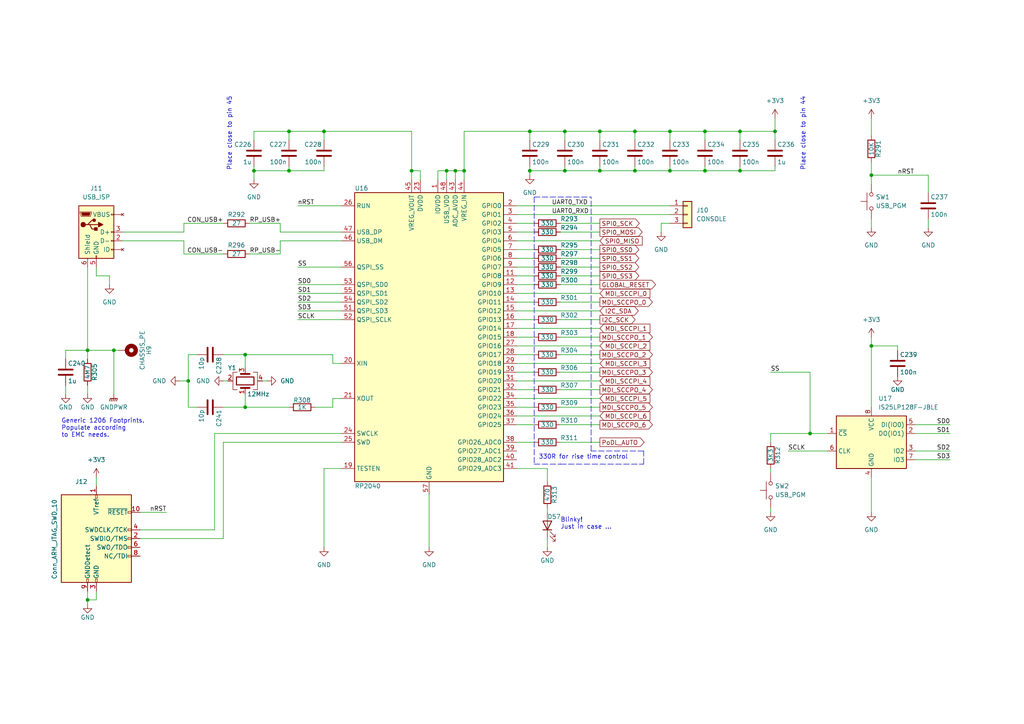
<source format=kicad_sch>
(kicad_sch (version 20211123) (generator eeschema)
  (paper "A4")
  (title_block (title "Open Hardware 10Base-T1L Switch") (date "2023-04-07") (rev "REV A") (company "Peter Heinrich") (comment 1 "Open Hardware License CERN-OHL-P v2") (comment 2 "https://github.com/peterheinrich/Open_10Base-T1L_Switch"))
  (lib_symbols
    (symbol "Connector:Conn_ARM_JTAG_SWD_10" (pin_names (offset 1.016))
      (property "Reference" "J" (at -2.54 16.51 0))
      (property "Value" "Conn_ARM_JTAG_SWD_10" (at -2.54 13.97 0))
      (symbol "Conn_ARM_JTAG_SWD_10_0_1"
        (rectangle (start -10.16 12.7) (end 10.16 -12.7) (stroke (width 0.254)) (fill (type background)))
        (rectangle (start -2.794 -12.7) (end -2.286 -11.684))
        (rectangle (start -0.254 -12.7) (end 0.254 -11.684))
        (rectangle (start -0.254 12.7) (end 0.254 11.684))
        (rectangle (start 9.144 2.286) (end 10.16 2.794))
        (rectangle (start 10.16 -2.794) (end 9.144 -2.286))
        (rectangle (start 10.16 -0.254) (end 9.144 0.254))
        (rectangle (start 10.16 7.874) (end 9.144 7.366))
      )
      (symbol "Conn_ARM_JTAG_SWD_10_1_1"
        (rectangle (start 9.144 -5.334) (end 10.16 -4.826))
        (pin power_in line (at 0 15.24 270) (length 2.54) (name "VTref") (number "1"))
        (pin open_collector line (at 12.7 7.62 180) (length 2.54) (name "~{RESET}") (number "10"))
        (pin bidirectional line (at 12.7 0 180) (length 2.54) (name "SWDIO/TMS") (number "2"))
        (pin power_in line (at 0 -15.24 90) (length 2.54) (name "GND") (number "3"))
        (pin output line (at 12.7 2.54 180) (length 2.54) (name "SWDCLK/TCK") (number "4"))
        (pin passive line (at 0 -15.24 90) (length 2.54) hide (name "GND") (number "5"))
        (pin input line (at 12.7 -2.54 180) (length 2.54) (name "SWO/TDO") (number "6"))
        (pin no_connect line (at -10.16 0 0) (length 2.54) hide (name "KEY") (number "7"))
        (pin output line (at 12.7 -5.08 180) (length 2.54) (name "NC/TDI") (number "8"))
        (pin passive line (at -2.54 -15.24 90) (length 2.54) (name "GNDDetect") (number "9"))
      )
    )
    (symbol "Connector:USB_B_Micro" (pin_names (offset 1.016))
      (property "Reference" "J7" (at 0 12.7 0))
      (property "Value" "USB_B_Micro" (at 0 10.16 0))
      (symbol "USB_B_Micro_0_1"
        (rectangle (start -5.08 -7.62) (end 5.08 7.62) (stroke (width 0.254)) (fill (type background)))
        (circle (center -3.81 2.159) (radius 0.635) (stroke (width 0.254)) (fill (type outline)))
        (circle (center -0.635 3.429) (radius 0.381) (stroke (width 0.254)) (fill (type outline)))
        (rectangle (start -0.127 -7.62) (end 0.127 -6.858))
        (polyline (pts (xy -1.905 2.159) (xy 0.635 2.159)) (stroke (width 0.254)))
        (polyline (pts (xy -3.175 2.159) (xy -2.54 2.159) (xy -1.27 3.429) (xy -0.635 3.429)) (stroke (width 0.254)))
        (polyline (pts (xy -2.54 2.159) (xy -1.905 2.159) (xy -1.27 0.889) (xy 0 0.889)) (stroke (width 0.254)))
        (polyline (pts (xy 0.635 2.794) (xy 0.635 1.524) (xy 1.905 2.159) (xy 0.635 2.794)) (stroke (width 0.254)) (fill (type outline)))
        (polyline (pts (xy -4.318 5.588) (xy -1.778 5.588) (xy -2.032 4.826) (xy -4.064 4.826) (xy -4.318 5.588)) (fill (type outline)))
        (polyline (pts (xy -4.699 5.842) (xy -4.699 5.588) (xy -4.445 4.826) (xy -4.445 4.572) (xy -1.651 4.572) (xy -1.651 4.826) (xy -1.397 5.588) (xy -1.397 5.842) (xy -4.699 5.842)))
        (rectangle (start 0.254 1.27) (end -0.508 0.508) (stroke (width 0.254)) (fill (type outline)))
        (rectangle (start 5.08 -5.207) (end 4.318 -4.953))
        (rectangle (start 5.08 -2.667) (end 4.318 -2.413))
        (rectangle (start 5.08 -0.127) (end 4.318 0.127))
        (rectangle (start 5.08 4.953) (end 4.318 5.207))
      )
      (symbol "USB_B_Micro_1_1"
        (pin no_connect line (at 7.62 -5.08 180) (length 2.54) (name "ID") (number ""))
        (pin no_connect line (at 7.62 5.08 180) (length 2.54) (name "VBUS") (number ""))
        (pin bidirectional line (at 7.62 -2.54 180) (length 2.54) (name "D-") (number "2"))
        (pin bidirectional line (at 7.62 0 180) (length 2.54) (name "D+") (number "3"))
        (pin power_out line (at 0 -10.16 90) (length 2.54) (name "GND") (number "5"))
        (pin passive line (at -2.54 -10.16 90) (length 2.54) (name "Shield") (number "6"))
      )
    )
    (symbol "Connector_Generic:Conn_01x03" (pin_names (offset 1.016) hide)
      (property "Reference" "J" (at 0 5.08 0))
      (property "Value" "Conn_01x03" (at 0 -5.08 0))
      (symbol "Conn_01x03_1_1"
        (rectangle (start -1.27 -2.413) (end 0 -2.667) (stroke (width 0.1524)))
        (rectangle (start -1.27 0.127) (end 0 -0.127) (stroke (width 0.1524)))
        (rectangle (start -1.27 2.667) (end 0 2.413) (stroke (width 0.1524)))
        (rectangle (start -1.27 3.81) (end 1.27 -3.81) (stroke (width 0.254)) (fill (type background)))
        (pin passive line (at -5.08 2.54 0) (length 3.81) (name "Pin_1") (number "1"))
        (pin passive line (at -5.08 0 0) (length 3.81) (name "Pin_2") (number "2"))
        (pin passive line (at -5.08 -2.54 0) (length 3.81) (name "Pin_3") (number "3"))
      )
    )
    (symbol "Device:C" (pin_numbers hide) (pin_names (offset 0.254))
      (property "Reference" "C" (at 0.635 2.54 0))
      (property "Value" "C" (at 0.635 -2.54 0))
      (symbol "C_0_1"
        (polyline (pts (xy -2.032 -0.762) (xy 2.032 -0.762)) (stroke (width 0.508)))
        (polyline (pts (xy -2.032 0.762) (xy 2.032 0.762)) (stroke (width 0.508)))
      )
      (symbol "C_1_1"
        (pin passive line (at 0 3.81 270) (length 2.794) (name "~") (number "1"))
        (pin passive line (at 0 -3.81 90) (length 2.794) (name "~") (number "2"))
      )
    )
    (symbol "Device:Crystal_GND24" (pin_names (offset 1.016) hide)
      (property "Reference" "Y" (at 3.175 5.08 0))
      (property "Value" "Crystal_GND24" (at 3.175 3.175 0))
      (symbol "Crystal_GND24_0_1"
        (rectangle (start -1.143 2.54) (end 1.143 -2.54) (stroke (width 0.3048)))
        (polyline (pts (xy -2.54 0) (xy -2.032 0)))
        (polyline (pts (xy -2.032 -1.27) (xy -2.032 1.27)) (stroke (width 0.508)))
        (polyline (pts (xy 0 -3.81) (xy 0 -3.556)))
        (polyline (pts (xy 0 3.556) (xy 0 3.81)))
        (polyline (pts (xy 2.032 -1.27) (xy 2.032 1.27)) (stroke (width 0.508)))
        (polyline (pts (xy 2.032 0) (xy 2.54 0)))
        (polyline (pts (xy -2.54 -2.286) (xy -2.54 -3.556) (xy 2.54 -3.556) (xy 2.54 -2.286)))
        (polyline (pts (xy -2.54 2.286) (xy -2.54 3.556) (xy 2.54 3.556) (xy 2.54 2.286)))
      )
      (symbol "Crystal_GND24_1_1"
        (pin passive line (at -3.81 0 0) (length 1.27) (name "1") (number "1"))
        (pin passive line (at 0 5.08 270) (length 1.27) (name "2") (number "2"))
        (pin passive line (at 3.81 0 180) (length 1.27) (name "3") (number "3"))
        (pin passive line (at 0 -5.08 90) (length 1.27) (name "4") (number "4"))
      )
    )
    (symbol "Device:LED" (pin_numbers hide) (pin_names (offset 1.016) hide)
      (property "Reference" "D" (at 0 2.54 0))
      (property "Value" "LED" (at 0 -2.54 0))
      (symbol "LED_0_1"
        (polyline (pts (xy -1.27 -1.27) (xy -1.27 1.27)) (stroke (width 0.254)))
        (polyline (pts (xy -1.27 0) (xy 1.27 0)))
        (polyline (pts (xy 1.27 -1.27) (xy 1.27 1.27) (xy -1.27 0) (xy 1.27 -1.27)) (stroke (width 0.254)))
        (polyline (pts (xy -3.048 -0.762) (xy -4.572 -2.286) (xy -3.81 -2.286) (xy -4.572 -2.286) (xy -4.572 -1.524)))
        (polyline (pts (xy -1.778 -0.762) (xy -3.302 -2.286) (xy -2.54 -2.286) (xy -3.302 -2.286) (xy -3.302 -1.524)))
      )
      (symbol "LED_1_1"
        (pin passive line (at -3.81 0 0) (length 2.54) (name "K") (number "1"))
        (pin passive line (at 3.81 0 180) (length 2.54) (name "A") (number "2"))
      )
    )
    (symbol "Device:R" (pin_numbers hide) (pin_names (offset 0))
      (property "Reference" "R" (at 2.032 0 90))
      (property "Value" "R" (at 0 0 90))
      (symbol "R_0_1"
        (rectangle (start -1.016 -2.54) (end 1.016 2.54) (stroke (width 0.254)))
      )
      (symbol "R_1_1"
        (pin passive line (at 0 3.81 270) (length 1.27) (name "~") (number "1"))
        (pin passive line (at 0 -3.81 90) (length 1.27) (name "~") (number "2"))
      )
    )
    (symbol "MCU_RaspberryPi:RP2040"
      (property "Reference" "U" (at 17.78 45.72 0))
      (property "Value" "RP2040" (at 17.78 43.18 0))
      (symbol "RP2040_0_1"
        (rectangle (start -21.59 41.91) (end 21.59 -41.91) (stroke (width 0.254)) (fill (type background)))
      )
      (symbol "RP2040_1_1"
        (pin power_in line (at 2.54 45.72 270) (length 3.81) (name "IOVDD") (number "1"))
        (pin passive line (at 2.54 45.72 270) (length 3.81) hide (name "IOVDD") (number "10"))
        (pin bidirectional line (at 25.4 17.78 180) (length 3.81) (name "GPIO8") (number "11"))
        (pin bidirectional line (at 25.4 15.24 180) (length 3.81) (name "GPIO9") (number "12"))
        (pin bidirectional line (at 25.4 12.7 180) (length 3.81) (name "GPIO10") (number "13"))
        (pin bidirectional line (at 25.4 10.16 180) (length 3.81) (name "GPIO11") (number "14"))
        (pin bidirectional line (at 25.4 7.62 180) (length 3.81) (name "GPIO12") (number "15"))
        (pin bidirectional line (at 25.4 5.08 180) (length 3.81) (name "GPIO13") (number "16"))
        (pin bidirectional line (at 25.4 2.54 180) (length 3.81) (name "GPIO14") (number "17"))
        (pin bidirectional line (at 25.4 0 180) (length 3.81) (name "GPIO15") (number "18"))
        (pin input line (at -25.4 -38.1 0) (length 3.81) (name "TESTEN") (number "19"))
        (pin bidirectional line (at 25.4 38.1 180) (length 3.81) (name "GPIO0") (number "2"))
        (pin input line (at -25.4 -7.62 0) (length 3.81) (name "XIN") (number "20"))
        (pin passive line (at -25.4 -17.78 0) (length 3.81) (name "XOUT") (number "21"))
        (pin passive line (at 2.54 45.72 270) (length 3.81) hide (name "IOVDD") (number "22"))
        (pin power_in line (at -2.54 45.72 270) (length 3.81) (name "DVDD") (number "23"))
        (pin output line (at -25.4 -27.94 0) (length 3.81) (name "SWCLK") (number "24"))
        (pin bidirectional line (at -25.4 -30.48 0) (length 3.81) (name "SWD") (number "25"))
        (pin input line (at -25.4 38.1 0) (length 3.81) (name "RUN") (number "26"))
        (pin bidirectional line (at 25.4 -2.54 180) (length 3.81) (name "GPIO16") (number "27"))
        (pin bidirectional line (at 25.4 -5.08 180) (length 3.81) (name "GPIO17") (number "28"))
        (pin bidirectional line (at 25.4 -7.62 180) (length 3.81) (name "GPIO18") (number "29"))
        (pin bidirectional line (at 25.4 35.56 180) (length 3.81) (name "GPIO1") (number "3"))
        (pin bidirectional line (at 25.4 -10.16 180) (length 3.81) (name "GPIO19") (number "30"))
        (pin bidirectional line (at 25.4 -12.7 180) (length 3.81) (name "GPIO20") (number "31"))
        (pin bidirectional line (at 25.4 -15.24 180) (length 3.81) (name "GPIO21") (number "32"))
        (pin passive line (at 2.54 45.72 270) (length 3.81) hide (name "IOVDD") (number "33"))
        (pin bidirectional line (at 25.4 -17.78 180) (length 3.81) (name "GPIO22") (number "34"))
        (pin bidirectional line (at 25.4 -20.32 180) (length 3.81) (name "GPIO23") (number "35"))
        (pin bidirectional line (at 25.4 -22.86 180) (length 3.81) (name "GPIO24") (number "36"))
        (pin bidirectional line (at 25.4 -25.4 180) (length 3.81) (name "GPIO25") (number "37"))
        (pin bidirectional line (at 25.4 -30.48 180) (length 3.81) (name "GPIO26_ADC0") (number "38"))
        (pin bidirectional line (at 25.4 -33.02 180) (length 3.81) (name "GPIO27_ADC1") (number "39"))
        (pin bidirectional line (at 25.4 33.02 180) (length 3.81) (name "GPIO2") (number "4"))
        (pin bidirectional line (at 25.4 -35.56 180) (length 3.81) (name "GPIO28_ADC2") (number "40"))
        (pin bidirectional line (at 25.4 -38.1 180) (length 3.81) (name "GPIO29_ADC3") (number "41"))
        (pin passive line (at 2.54 45.72 270) (length 3.81) hide (name "IOVDD") (number "42"))
        (pin power_in line (at 7.62 45.72 270) (length 3.81) (name "ADC_AVDD") (number "43"))
        (pin power_in line (at 10.16 45.72 270) (length 3.81) (name "VREG_IN") (number "44"))
        (pin power_out line (at -5.08 45.72 270) (length 3.81) (name "VREG_VOUT") (number "45"))
        (pin bidirectional line (at -25.4 27.94 0) (length 3.81) (name "USB_DM") (number "46"))
        (pin bidirectional line (at -25.4 30.48 0) (length 3.81) (name "USB_DP") (number "47"))
        (pin power_in line (at 5.08 45.72 270) (length 3.81) (name "USB_VDD") (number "48"))
        (pin passive line (at 2.54 45.72 270) (length 3.81) hide (name "IOVDD") (number "49"))
        (pin bidirectional line (at 25.4 30.48 180) (length 3.81) (name "GPIO3") (number "5"))
        (pin passive line (at -2.54 45.72 270) (length 3.81) hide (name "DVDD") (number "50"))
        (pin bidirectional line (at -25.4 7.62 0) (length 3.81) (name "QSPI_SD3") (number "51"))
        (pin output line (at -25.4 5.08 0) (length 3.81) (name "QSPI_SCLK") (number "52"))
        (pin bidirectional line (at -25.4 15.24 0) (length 3.81) (name "QSPI_SD0") (number "53"))
        (pin bidirectional line (at -25.4 10.16 0) (length 3.81) (name "QSPI_SD2") (number "54"))
        (pin bidirectional line (at -25.4 12.7 0) (length 3.81) (name "QSPI_SD1") (number "55"))
        (pin bidirectional line (at -25.4 20.32 0) (length 3.81) (name "QSPI_SS") (number "56"))
        (pin power_in line (at 0 -45.72 90) (length 3.81) (name "GND") (number "57"))
        (pin bidirectional line (at 25.4 27.94 180) (length 3.81) (name "GPIO4") (number "6"))
        (pin bidirectional line (at 25.4 25.4 180) (length 3.81) (name "GPIO5") (number "7"))
        (pin bidirectional line (at 25.4 22.86 180) (length 3.81) (name "GPIO6") (number "8"))
        (pin bidirectional line (at 25.4 20.32 180) (length 3.81) (name "GPIO7") (number "9"))
      )
    )
    (symbol "Mechanical:MountingHole_Pad" (pin_numbers hide) (pin_names (offset 1.016) hide)
      (property "Reference" "H" (at 0 6.35 0))
      (property "Value" "MountingHole_Pad" (at 0 4.445 0))
      (symbol "MountingHole_Pad_0_1"
        (circle (center 0 1.27) (radius 1.27) (stroke (width 1.27)))
      )
      (symbol "MountingHole_Pad_1_1"
        (pin input line (at 0 -2.54 90) (length 2.54) (name "1") (number "1"))
      )
    )
    (symbol "Memory_Flash:W25Q128JVS"
      (property "Reference" "U" (at -8.89 8.89 0))
      (property "Value" "W25Q128JVS" (at 7.62 8.89 0))
      (symbol "W25Q128JVS_0_1"
        (rectangle (start -10.16 7.62) (end 10.16 -7.62) (stroke (width 0.254)) (fill (type background)))
      )
      (symbol "W25Q128JVS_1_1"
        (pin input line (at -12.7 2.54 0) (length 2.54) (name "~{CS}") (number "1"))
        (pin bidirectional line (at 12.7 2.54 180) (length 2.54) (name "DO(IO1)") (number "2"))
        (pin bidirectional line (at 12.7 -2.54 180) (length 2.54) (name "IO2") (number "3"))
        (pin power_in line (at 0 -10.16 90) (length 2.54) (name "GND") (number "4"))
        (pin bidirectional line (at 12.7 5.08 180) (length 2.54) (name "DI(IO0)") (number "5"))
        (pin input line (at -12.7 -2.54 0) (length 2.54) (name "CLK") (number "6"))
        (pin bidirectional line (at 12.7 -5.08 180) (length 2.54) (name "IO3") (number "7"))
        (pin power_in line (at 0 10.16 270) (length 2.54) (name "VCC") (number "8"))
      )
    )
    (symbol "Switch:SW_Push" (pin_numbers hide) (pin_names (offset 1.016) hide)
      (property "Reference" "SW" (at 1.27 2.54 0))
      (property "Value" "SW_Push" (at 0 -1.524 0))
      (symbol "SW_Push_0_1"
        (circle (center -2.032 0) (radius 0.508))
        (polyline (pts (xy 0 1.27) (xy 0 3.048)))
        (polyline (pts (xy 2.54 1.27) (xy -2.54 1.27)))
        (circle (center 2.032 0) (radius 0.508))
        (pin passive line (at -5.08 0 0) (length 2.54) (name "1") (number "1"))
        (pin passive line (at 5.08 0 180) (length 2.54) (name "2") (number "2"))
      )
    )
    (symbol "power:+3V3" (power) (pin_names (offset 0))
      (property "Value" "+3V3" (at 0 3.556 0))
      (symbol "+3V3_0_1"
        (polyline (pts (xy -0.762 1.27) (xy 0 2.54)))
        (polyline (pts (xy 0 0) (xy 0 2.54)))
        (polyline (pts (xy 0 2.54) (xy 0.762 1.27)))
      )
      (symbol "+3V3_1_1"
        (pin power_in line (at 0 0 90) (length 0) hide (name "+3V3") (number "1"))
      )
    )
    (symbol "power:GND" (power) (pin_names (offset 0))
      (property "Value" "GND" (at 0 -3.81 0))
      (symbol "GND_0_1"
        (polyline (pts (xy 0 0) (xy 0 -1.27) (xy 1.27 -1.27) (xy 0 -2.54) (xy -1.27 -1.27) (xy 0 -1.27)))
      )
      (symbol "GND_1_1"
        (pin power_in line (at 0 0 270) (length 0) hide (name "GND") (number "1"))
      )
    )
    (symbol "power:GNDPWR" (power) (pin_names (offset 0))
      (property "Value" "GNDPWR" (at 0 -3.302 0))
      (symbol "GNDPWR_0_1"
        (polyline (pts (xy 0 -1.27) (xy 0 0)))
        (polyline (pts (xy -1.016 -1.27) (xy -1.27 -2.032) (xy -1.27 -2.032)) (stroke (width 0.2032)))
        (polyline (pts (xy -0.508 -1.27) (xy -0.762 -2.032) (xy -0.762 -2.032)) (stroke (width 0.2032)))
        (polyline (pts (xy 0 -1.27) (xy -0.254 -2.032) (xy -0.254 -2.032)) (stroke (width 0.2032)))
        (polyline (pts (xy 0.508 -1.27) (xy 0.254 -2.032) (xy 0.254 -2.032)) (stroke (width 0.2032)))
        (polyline (pts (xy 1.016 -1.27) (xy -1.016 -1.27) (xy -1.016 -1.27)) (stroke (width 0.2032)))
        (polyline (pts (xy 1.016 -1.27) (xy 0.762 -2.032) (xy 0.762 -2.032) (xy 0.762 -2.032)) (stroke (width 0.2032)))
      )
      (symbol "GNDPWR_1_1"
        (pin power_in line (at 0 0 270) (length 0) hide (name "GNDPWR") (number "1"))
      )
    )
  )
  (junction (at 93.98 38.1))
  (junction (at 173.99 38.1))
  (junction (at 234.95 125.73))
  (junction (at 71.12 118.11))
  (junction (at 214.63 49.53))
  (junction (at 54.61 110.49))
  (junction (at 194.31 49.53))
  (junction (at 153.67 38.1))
  (junction (at 163.83 38.1))
  (junction (at 252.73 100.33))
  (junction (at 204.47 49.53))
  (junction (at 129.54 49.53))
  (junction (at 33.02 101.6))
  (junction (at 25.4 101.6))
  (junction (at 132.08 49.53))
  (junction (at 163.83 49.53))
  (junction (at 71.12 102.87))
  (junction (at 134.62 49.53))
  (junction (at 173.99 49.53))
  (junction (at 252.73 50.8))
  (junction (at 184.15 38.1))
  (junction (at 204.47 38.1))
  (junction (at 119.38 49.53))
  (junction (at 73.66 49.53))
  (junction (at 153.67 49.53))
  (junction (at 83.82 49.53))
  (junction (at 214.63 38.1))
  (junction (at 194.31 38.1))
  (junction (at 224.79 38.1))
  (junction (at 25.4 173.99))
  (junction (at 83.82 38.1))
  (junction (at 184.15 49.53))
  (wire (pts (xy 162.56 67.31) (xy 173.99 67.31)))
  (wire (pts (xy 214.63 49.53) (xy 214.63 48.26)))
  (wire (pts (xy 27.94 77.47) (xy 27.94 80.01)))
  (wire (pts (xy 71.12 114.3) (xy 71.12 118.11)))
  (wire (pts (xy 19.05 111.76) (xy 19.05 114.3)))
  (wire (pts (xy 149.86 90.17) (xy 173.99 90.17)))
  (wire (pts (xy 154.94 97.79) (xy 149.86 97.79)))
  (wire (pts (xy 25.4 77.47) (xy 25.4 101.6)))
  (wire (pts (xy 154.94 80.01) (xy 149.86 80.01)))
  (wire (pts (xy 204.47 38.1) (xy 214.63 38.1)))
  (wire (pts (xy 252.73 138.43) (xy 252.73 148.59)))
  (wire (pts (xy 72.39 64.77) (xy 81.28 64.77)))
  (wire (pts (xy 86.36 87.63) (xy 99.06 87.63)))
  (wire (pts (xy 162.56 113.03) (xy 173.99 113.03)))
  (wire (pts (xy 34.29 101.6) (xy 33.02 101.6)))
  (polyline (pts (xy 186.69 130.81) (xy 171.45 130.81)))
  (wire (pts (xy 62.23 153.67) (xy 62.23 125.73)))
  (wire (pts (xy 204.47 49.53) (xy 214.63 49.53)))
  (wire (pts (xy 99.06 105.41) (xy 96.52 105.41)))
  (wire (pts (xy 149.86 59.69) (xy 194.31 59.69)))
  (wire (pts (xy 62.23 125.73) (xy 99.06 125.73)))
  (wire (pts (xy 265.43 125.73) (xy 275.59 125.73)))
  (wire (pts (xy 214.63 38.1) (xy 224.79 38.1)))
  (wire (pts (xy 81.28 67.31) (xy 99.06 67.31)))
  (wire (pts (xy 33.02 101.6) (xy 25.4 101.6)))
  (wire (pts (xy 173.99 49.53) (xy 173.99 48.26)))
  (wire (pts (xy 25.4 101.6) (xy 25.4 104.14)))
  (wire (pts (xy 223.52 125.73) (xy 223.52 128.27)))
  (wire (pts (xy 86.36 90.17) (xy 99.06 90.17)))
  (wire (pts (xy 154.94 77.47) (xy 149.86 77.47)))
  (wire (pts (xy 252.73 100.33) (xy 260.35 100.33)))
  (wire (pts (xy 27.94 138.43) (xy 27.94 140.97)))
  (wire (pts (xy 162.56 118.11) (xy 173.99 118.11)))
  (wire (pts (xy 99.06 135.89) (xy 93.98 135.89)))
  (wire (pts (xy 73.66 40.64) (xy 73.66 38.1)))
  (wire (pts (xy 64.77 102.87) (xy 71.12 102.87)))
  (wire (pts (xy 99.06 128.27) (xy 64.77 128.27)))
  (wire (pts (xy 149.86 100.33) (xy 173.99 100.33)))
  (wire (pts (xy 83.82 38.1) (xy 93.98 38.1)))
  (wire (pts (xy 31.75 80.01) (xy 27.94 80.01)))
  (wire (pts (xy 73.66 48.26) (xy 73.66 49.53)))
  (wire (pts (xy 93.98 49.53) (xy 93.98 48.26)))
  (wire (pts (xy 33.02 101.6) (xy 33.02 114.3)))
  (wire (pts (xy 154.94 102.87) (xy 149.86 102.87)))
  (polyline (pts (xy 162.56 134.62) (xy 162.56 134.62)))
  (wire (pts (xy 73.66 38.1) (xy 83.82 38.1)))
  (wire (pts (xy 76.2 110.49) (xy 77.47 110.49)))
  (wire (pts (xy 149.86 62.23) (xy 194.31 62.23)))
  (wire (pts (xy 265.43 133.35) (xy 275.59 133.35)))
  (wire (pts (xy 163.83 49.53) (xy 163.83 48.26)))
  (wire (pts (xy 223.52 125.73) (xy 234.95 125.73)))
  (wire (pts (xy 73.66 49.53) (xy 83.82 49.53)))
  (polyline (pts (xy 154.94 57.15) (xy 154.94 134.62)))
  (wire (pts (xy 154.94 64.77) (xy 149.86 64.77)))
  (wire (pts (xy 260.35 100.33) (xy 260.35 101.6)))
  (wire (pts (xy 173.99 38.1) (xy 173.99 40.64)))
  (wire (pts (xy 224.79 38.1) (xy 224.79 40.64)))
  (wire (pts (xy 149.86 120.65) (xy 173.99 120.65)))
  (polyline (pts (xy 186.69 134.62) (xy 186.69 130.81)))
  (wire (pts (xy 64.77 156.21) (xy 40.64 156.21)))
  (wire (pts (xy 162.56 102.87) (xy 173.99 102.87)))
  (wire (pts (xy 40.64 148.59) (xy 48.26 148.59)))
  (wire (pts (xy 96.52 115.57) (xy 99.06 115.57)))
  (wire (pts (xy 83.82 38.1) (xy 83.82 40.64)))
  (wire (pts (xy 252.73 46.99) (xy 252.73 50.8)))
  (wire (pts (xy 129.54 49.53) (xy 132.08 49.53)))
  (wire (pts (xy 162.56 92.71) (xy 173.99 92.71)))
  (wire (pts (xy 252.73 118.11) (xy 252.73 100.33)))
  (wire (pts (xy 73.66 49.53) (xy 73.66 52.07)))
  (wire (pts (xy 25.4 101.6) (xy 19.05 101.6)))
  (wire (pts (xy 129.54 49.53) (xy 129.54 52.07)))
  (wire (pts (xy 191.77 67.31) (xy 191.77 64.77)))
  (wire (pts (xy 81.28 64.77) (xy 81.28 67.31)))
  (wire (pts (xy 96.52 102.87) (xy 71.12 102.87)))
  (wire (pts (xy 158.75 135.89) (xy 158.75 139.7)))
  (wire (pts (xy 57.15 102.87) (xy 54.61 102.87)))
  (wire (pts (xy 234.95 125.73) (xy 240.03 125.73)))
  (wire (pts (xy 163.83 38.1) (xy 173.99 38.1)))
  (wire (pts (xy 269.24 50.8) (xy 269.24 55.88)))
  (wire (pts (xy 64.77 118.11) (xy 71.12 118.11)))
  (wire (pts (xy 25.4 173.99) (xy 25.4 175.26)))
  (wire (pts (xy 134.62 49.53) (xy 134.62 52.07)))
  (wire (pts (xy 162.56 74.93) (xy 173.99 74.93)))
  (wire (pts (xy 154.94 87.63) (xy 149.86 87.63)))
  (wire (pts (xy 134.62 38.1) (xy 153.67 38.1)))
  (wire (pts (xy 71.12 102.87) (xy 71.12 106.68)))
  (wire (pts (xy 149.86 105.41) (xy 173.99 105.41)))
  (wire (pts (xy 194.31 49.53) (xy 204.47 49.53)))
  (wire (pts (xy 204.47 49.53) (xy 204.47 48.26)))
  (wire (pts (xy 53.34 69.85) (xy 53.34 73.66)))
  (wire (pts (xy 93.98 38.1) (xy 93.98 40.64)))
  (wire (pts (xy 154.94 67.31) (xy 149.86 67.31)))
  (wire (pts (xy 91.44 118.11) (xy 96.52 118.11)))
  (wire (pts (xy 96.52 105.41) (xy 96.52 102.87)))
  (wire (pts (xy 81.28 73.66) (xy 72.39 73.66)))
  (wire (pts (xy 158.75 148.59) (xy 158.75 147.32)))
  (wire (pts (xy 134.62 49.53) (xy 134.62 38.1)))
  (wire (pts (xy 149.86 115.57) (xy 173.99 115.57)))
  (wire (pts (xy 132.08 49.53) (xy 134.62 49.53)))
  (wire (pts (xy 153.67 49.53) (xy 163.83 49.53)))
  (wire (pts (xy 163.83 38.1) (xy 163.83 40.64)))
  (wire (pts (xy 83.82 49.53) (xy 93.98 49.53)))
  (wire (pts (xy 93.98 135.89) (xy 93.98 158.75)))
  (wire (pts (xy 269.24 63.5) (xy 269.24 66.04)))
  (wire (pts (xy 223.52 148.59) (xy 223.52 147.32)))
  (wire (pts (xy 162.56 128.27) (xy 173.99 128.27)))
  (wire (pts (xy 83.82 118.11) (xy 71.12 118.11)))
  (wire (pts (xy 162.56 123.19) (xy 173.99 123.19)))
  (wire (pts (xy 132.08 49.53) (xy 132.08 52.07)))
  (wire (pts (xy 153.67 49.53) (xy 153.67 50.8)))
  (wire (pts (xy 25.4 173.99) (xy 27.94 173.99)))
  (wire (pts (xy 64.77 128.27) (xy 64.77 156.21)))
  (wire (pts (xy 252.73 34.29) (xy 252.73 39.37)))
  (wire (pts (xy 163.83 49.53) (xy 173.99 49.53)))
  (wire (pts (xy 127 52.07) (xy 127 49.53)))
  (wire (pts (xy 252.73 97.79) (xy 252.73 100.33)))
  (wire (pts (xy 184.15 49.53) (xy 194.31 49.53)))
  (wire (pts (xy 96.52 118.11) (xy 96.52 115.57)))
  (wire (pts (xy 214.63 49.53) (xy 224.79 49.53)))
  (wire (pts (xy 154.94 123.19) (xy 149.86 123.19)))
  (wire (pts (xy 86.36 92.71) (xy 99.06 92.71)))
  (wire (pts (xy 184.15 38.1) (xy 194.31 38.1)))
  (wire (pts (xy 119.38 38.1) (xy 119.38 49.53)))
  (wire (pts (xy 149.86 95.25) (xy 173.99 95.25)))
  (wire (pts (xy 154.94 107.95) (xy 149.86 107.95)))
  (wire (pts (xy 124.46 143.51) (xy 124.46 158.75)))
  (wire (pts (xy 27.94 173.99) (xy 27.94 171.45)))
  (wire (pts (xy 173.99 49.53) (xy 184.15 49.53)))
  (wire (pts (xy 162.56 72.39) (xy 173.99 72.39)))
  (wire (pts (xy 224.79 34.29) (xy 224.79 38.1)))
  (wire (pts (xy 154.94 74.93) (xy 149.86 74.93)))
  (wire (pts (xy 64.77 64.77) (xy 53.34 64.77)))
  (wire (pts (xy 265.43 130.81) (xy 275.59 130.81)))
  (wire (pts (xy 153.67 38.1) (xy 163.83 38.1)))
  (wire (pts (xy 54.61 102.87) (xy 54.61 110.49)))
  (wire (pts (xy 83.82 49.53) (xy 83.82 48.26)))
  (wire (pts (xy 154.94 118.11) (xy 149.86 118.11)))
  (wire (pts (xy 162.56 97.79) (xy 173.99 97.79)))
  (polyline (pts (xy 154.94 57.15) (xy 171.45 57.15)))
  (wire (pts (xy 40.64 153.67) (xy 62.23 153.67)))
  (wire (pts (xy 25.4 171.45) (xy 25.4 173.99)))
  (wire (pts (xy 86.36 59.69) (xy 99.06 59.69)))
  (wire (pts (xy 153.67 38.1) (xy 153.67 40.64)))
  (wire (pts (xy 252.73 50.8) (xy 269.24 50.8)))
  (wire (pts (xy 194.31 38.1) (xy 194.31 40.64)))
  (wire (pts (xy 184.15 38.1) (xy 184.15 40.64)))
  (wire (pts (xy 154.94 92.71) (xy 149.86 92.71)))
  (wire (pts (xy 31.75 82.55) (xy 31.75 80.01)))
  (wire (pts (xy 53.34 73.66) (xy 64.77 73.66)))
  (wire (pts (xy 86.36 85.09) (xy 99.06 85.09)))
  (wire (pts (xy 93.98 38.1) (xy 119.38 38.1)))
  (polyline (pts (xy 162.56 134.62) (xy 186.69 134.62)))
  (wire (pts (xy 35.56 69.85) (xy 53.34 69.85)))
  (wire (pts (xy 86.36 77.47) (xy 99.06 77.47)))
  (wire (pts (xy 54.61 118.11) (xy 57.15 118.11)))
  (wire (pts (xy 173.99 38.1) (xy 184.15 38.1)))
  (wire (pts (xy 224.79 49.53) (xy 224.79 48.26)))
  (wire (pts (xy 162.56 77.47) (xy 173.99 77.47)))
  (wire (pts (xy 184.15 49.53) (xy 184.15 48.26)))
  (wire (pts (xy 162.56 82.55) (xy 173.99 82.55)))
  (wire (pts (xy 64.77 110.49) (xy 66.04 110.49)))
  (wire (pts (xy 53.34 64.77) (xy 53.34 67.31)))
  (wire (pts (xy 191.77 64.77) (xy 194.31 64.77)))
  (wire (pts (xy 81.28 69.85) (xy 81.28 73.66)))
  (wire (pts (xy 121.92 52.07) (xy 121.92 49.53)))
  (wire (pts (xy 223.52 107.95) (xy 234.95 107.95)))
  (wire (pts (xy 223.52 135.89) (xy 223.52 137.16)))
  (wire (pts (xy 214.63 38.1) (xy 214.63 40.64)))
  (wire (pts (xy 121.92 49.53) (xy 119.38 49.53)))
  (wire (pts (xy 127 49.53) (xy 129.54 49.53)))
  (wire (pts (xy 119.38 49.53) (xy 119.38 52.07)))
  (wire (pts (xy 265.43 123.19) (xy 275.59 123.19)))
  (wire (pts (xy 149.86 85.09) (xy 173.99 85.09)))
  (wire (pts (xy 149.86 135.89) (xy 158.75 135.89)))
  (wire (pts (xy 162.56 107.95) (xy 173.99 107.95)))
  (wire (pts (xy 149.86 69.85) (xy 173.99 69.85)))
  (wire (pts (xy 194.31 49.53) (xy 194.31 48.26)))
  (wire (pts (xy 154.94 82.55) (xy 149.86 82.55)))
  (wire (pts (xy 53.34 67.31) (xy 35.56 67.31)))
  (wire (pts (xy 154.94 72.39) (xy 149.86 72.39)))
  (wire (pts (xy 149.86 110.49) (xy 173.99 110.49)))
  (wire (pts (xy 158.75 156.21) (xy 158.75 158.75)))
  (wire (pts (xy 154.94 113.03) (xy 149.86 113.03)))
  (wire (pts (xy 194.31 38.1) (xy 204.47 38.1)))
  (wire (pts (xy 19.05 101.6) (xy 19.05 104.14)))
  (wire (pts (xy 162.56 80.01) (xy 173.99 80.01)))
  (wire (pts (xy 162.56 64.77) (xy 173.99 64.77)))
  (wire (pts (xy 252.73 63.5) (xy 252.73 66.04)))
  (polyline (pts (xy 171.45 130.81) (xy 171.45 57.15)))
  (wire (pts (xy 154.94 128.27) (xy 149.86 128.27)))
  (wire (pts (xy 204.47 38.1) (xy 204.47 40.64)))
  (wire (pts (xy 162.56 87.63) (xy 173.99 87.63)))
  (wire (pts (xy 234.95 107.95) (xy 234.95 125.73)))
  (wire (pts (xy 25.4 111.76) (xy 25.4 114.3)))
  (wire (pts (xy 54.61 110.49) (xy 54.61 118.11)))
  (wire (pts (xy 228.6 130.81) (xy 240.03 130.81)))
  (wire (pts (xy 52.07 110.49) (xy 54.61 110.49)))
  (polyline (pts (xy 154.94 134.62) (xy 162.56 134.62)))
  (wire (pts (xy 252.73 50.8) (xy 252.73 53.34)))
  (wire (pts (xy 86.36 82.55) (xy 99.06 82.55)))
  (wire (pts (xy 81.28 69.85) (xy 99.06 69.85)))
  (wire (pts (xy 153.67 48.26) (xy 153.67 49.53)))
  (text "330R for rise time control" (at 156.21 133.35 0) (effects (font (size 1.27 1.27)) (justify left bottom)))
  (text "Place close to pin 45" (at 67.31 49.53 90) (effects (font (size 1.27 1.27)) (justify left bottom)))
  (text "Place close to pin 44" (at 233.68 49.53 90) (effects (font (size 1.27 1.27)) (justify left bottom)))
  (text "Blinky!\nJust in case ..." (at 162.56 153.67 0) (effects (font (size 1.27 1.27)) (justify left bottom)))
  (text "Generic 1206 Footprints.\nPopulate according \nto EMC needs." (at 17.78 127 0) (effects (font (size 1.27 1.27)) (justify left bottom)))
  (label "SD2" (at 86.36 87.63 0))
  (label "SCLK" (at 86.36 92.71 0))
  (label "UART0_RXD" (at 160.02 62.23 0))
  (label "SD1" (at 275.59 125.73 180))
  (label "nRST" (at 48.26 148.59 180))
  (label "SD3" (at 86.36 90.17 0))
  (label "SD0" (at 86.36 82.55 0))
  (label "RP_USB+" (at 72.39 64.77 0))
  (label "SD0" (at 275.59 123.19 180))
  (label "CON_USB-" (at 64.77 73.66 180))
  (label "nRST" (at 86.36 59.69 0))
  (label "CON_USB+" (at 64.77 64.77 180))
  (label "SS" (at 86.36 77.47 0))
  (label "SD3" (at 275.59 133.35 180))
  (label "UART0_TXD" (at 160.02 59.69 0))
  (label "SD2" (at 275.59 130.81 180))
  (label "SCLK" (at 228.6 130.81 0))
  (label "RP_USB-" (at 72.39 73.66 0))
  (label "SD1" (at 86.36 85.09 0))
  (label "nRST" (at 260.35 50.8 0))
  (label "SS" (at 223.52 107.95 0))
  (global_label "MDI_SCCPI_2" (shape input) (at 173.99 100.33 0) (property "Intersheet References" "${INTERSHEET_REFS}" (effects hide)))
  (global_label "I2C_SDA" (shape bidirectional) (at 173.99 90.17 0) (property "Intersheet References" "${INTERSHEET_REFS}" (effects hide)))
  (global_label "PoDL_AUTO" (shape output) (at 173.99 128.27 0) (property "Intersheet References" "${INTERSHEET_REFS}" (effects hide)))
  (global_label "MDI_SCCPO_4" (shape output) (at 173.99 113.03 0) (property "Intersheet References" "${INTERSHEET_REFS}" (effects hide)))
  (global_label "MDI_SCCPO_2" (shape output) (at 173.99 102.87 0) (property "Intersheet References" "${INTERSHEET_REFS}" (effects hide)))
  (global_label "SPI0_SS2" (shape output) (at 173.99 77.47 0) (property "Intersheet References" "${INTERSHEET_REFS}" (effects hide)))
  (global_label "MDI_SCCPI_1" (shape input) (at 173.99 95.25 0) (property "Intersheet References" "${INTERSHEET_REFS}" (effects hide)))
  (global_label "MDI_SCCPI_4" (shape input) (at 173.99 110.49 0) (property "Intersheet References" "${INTERSHEET_REFS}" (effects hide)))
  (global_label "SPI0_SS3" (shape output) (at 173.99 80.01 0) (property "Intersheet References" "${INTERSHEET_REFS}" (effects hide)))
  (global_label "MDI_SCCPO_1" (shape output) (at 173.99 97.79 0) (property "Intersheet References" "${INTERSHEET_REFS}" (effects hide)))
  (global_label "MDI_SCCPI_6" (shape input) (at 173.99 120.65 0) (property "Intersheet References" "${INTERSHEET_REFS}" (effects hide)))
  (global_label "MDI_SCCPO_0" (shape output) (at 173.99 87.63 0) (property "Intersheet References" "${INTERSHEET_REFS}" (effects hide)))
  (global_label "MDI_SCCPO_3" (shape output) (at 173.99 107.95 0) (property "Intersheet References" "${INTERSHEET_REFS}" (effects hide)))
  (global_label "MDI_SCCPO_5" (shape output) (at 173.99 118.11 0) (property "Intersheet References" "${INTERSHEET_REFS}" (effects hide)))
  (global_label "SPI0_SCK" (shape output) (at 173.99 64.77 0) (property "Intersheet References" "${INTERSHEET_REFS}" (effects hide)))
  (global_label "MDI_SCCPO_6" (shape output) (at 173.99 123.19 0) (property "Intersheet References" "${INTERSHEET_REFS}" (effects hide)))
  (global_label "SPI0_MISO" (shape input) (at 173.99 69.85 0) (property "Intersheet References" "${INTERSHEET_REFS}" (effects hide)))
  (global_label "MDI_SCCPI_0" (shape input) (at 173.99 85.09 0) (property "Intersheet References" "${INTERSHEET_REFS}" (effects hide)))
  (global_label "GLOBAL_RESET" (shape output) (at 173.99 82.55 0) (property "Intersheet References" "${INTERSHEET_REFS}" (effects hide)))
  (global_label "MDI_SCCPI_5" (shape input) (at 173.99 115.57 0) (property "Intersheet References" "${INTERSHEET_REFS}" (effects hide)))
  (global_label "SPI0_SS1" (shape output) (at 173.99 74.93 0) (property "Intersheet References" "${INTERSHEET_REFS}" (effects hide)))
  (global_label "SPI0_MOSI" (shape output) (at 173.99 67.31 0) (property "Intersheet References" "${INTERSHEET_REFS}" (effects hide)))
  (global_label "SPI0_SS0" (shape output) (at 173.99 72.39 0) (property "Intersheet References" "${INTERSHEET_REFS}" (effects hide)))
  (global_label "I2C_SCK" (shape output) (at 173.99 92.71 0) (property "Intersheet References" "${INTERSHEET_REFS}" (effects hide)))
  (global_label "MDI_SCCPI_3" (shape input) (at 173.99 105.41 0) (property "Intersheet References" "${INTERSHEET_REFS}" (effects hide)))
  (symbol (lib_id "Device:LED") (at 158.75 152.4 90) (unit 1)
    (property "Reference" "D57" (at 158.75 149.86 90) (effects (justify right)))
    (property "Value" "LED" (effects hide))
    (property "Footprint" "LED_SMD:LED_0603_1608Metric_Pad1.05x0.95mm_HandSolder" (effects hide))
  )
  (symbol (lib_id "power:GND") (at 252.73 148.59 0) (unit 1)
    (property "Reference" "#PWR0238" (effects hide))
    (property "Value" "GND" (at 252.73 153.67 0))
  )
  (symbol (lib_id "power:+3V3") (at 252.73 97.79 0) (unit 1)
    (property "Reference" "#PWR0228" (effects hide))
    (property "Value" "+3V3" (at 252.73 92.71 0))
  )
  (symbol (lib_id "Connector:Conn_ARM_JTAG_SWD_10") (at 27.94 156.21 0) (unit 1)
    (property "Reference" "J12" (at 25.4 139.7 0) (effects (justify right)))
    (property "Value" "Conn_ARM_JTAG_SWD_10" (at 16.51 144.78 90) (effects (justify right bottom)))
    (property "Footprint" "Connector_PinHeader_2.54mm:PinHeader_2x05_P2.54mm_Vertical" (effects hide))
  )
  (symbol (lib_id "Device:R") (at 158.75 92.71 90) (unit 1)
    (property "Reference" "R302" (at 165.1 91.44 90))
    (property "Value" "330" (at 158.75 92.71 90))
    (property "Footprint" "Resistor_SMD:R_0603_1608Metric" (effects hide))
  )
  (symbol (lib_id "power:GND") (at 260.35 109.22 0) (unit 1)
    (property "Reference" "#PWR0229" (effects hide))
    (property "Value" "GND" (at 260.35 113.03 0))
  )
  (symbol (lib_id "Device:C") (at 173.99 44.45 0) (unit 1)
    (property "Reference" "C231" (at 174.625 41.91 0) (effects (justify left)))
    (property "Value" "100n" (at 174.625 46.99 0) (effects (justify left)))
    (property "Footprint" "Capacitor_SMD:C_0603_1608Metric" (effects hide))
  )
  (symbol (lib_id "Device:C") (at 260.35 105.41 0) (unit 1)
    (property "Reference" "C239" (at 260.985 102.87 0) (effects (justify left)))
    (property "Value" "100n" (at 260.985 107.95 0) (effects (justify left)))
    (property "Footprint" "Capacitor_SMD:C_0603_1608Metric" (effects hide))
  )
  (symbol (lib_id "Device:R") (at 68.58 73.66 90) (unit 1)
    (property "Reference" "R296" (at 68.58 71.12 90))
    (property "Value" "27" (at 68.58 73.66 90))
    (property "Footprint" "Resistor_SMD:R_0603_1608Metric" (effects hide))
  )
  (symbol (lib_id "Device:R") (at 158.75 97.79 90) (unit 1)
    (property "Reference" "R303" (at 165.1 96.52 90))
    (property "Value" "330" (at 158.75 97.79 90))
    (property "Footprint" "Resistor_SMD:R_0603_1608Metric" (effects hide))
  )
  (symbol (lib_id "Device:C") (at 194.31 44.45 0) (unit 1)
    (property "Reference" "C233" (at 194.945 41.91 0) (effects (justify left)))
    (property "Value" "100n" (at 194.945 46.99 0) (effects (justify left)))
    (property "Footprint" "Capacitor_SMD:C_0603_1608Metric" (effects hide))
  )
  (symbol (lib_id "Device:R") (at 158.75 113.03 90) (unit 1)
    (property "Reference" "R307" (at 165.1 111.76 90))
    (property "Value" "330" (at 158.75 113.03 90))
    (property "Footprint" "Resistor_SMD:R_0603_1608Metric" (effects hide))
  )
  (symbol (lib_id "Device:C") (at 163.83 44.45 0) (unit 1)
    (property "Reference" "C230" (at 164.465 41.91 0) (effects (justify left)))
    (property "Value" "100n" (at 164.465 46.99 0) (effects (justify left)))
    (property "Footprint" "Capacitor_SMD:C_0603_1608Metric" (effects hide))
  )
  (symbol (lib_id "power:GND") (at 252.73 66.04 0) (unit 1)
    (property "Reference" "#PWR0225" (effects hide))
    (property "Value" "GND" (at 252.73 71.12 0))
  )
  (symbol (lib_id "power:GND") (at 269.24 66.04 0) (unit 1)
    (property "Reference" "#PWR0226" (effects hide))
    (property "Value" "GND" (at 269.24 71.12 0))
  )
  (symbol (lib_id "power:GND") (at 52.07 110.49 270) (unit 1)
    (property "Reference" "#PWR0230" (effects hide))
    (property "Value" "GND" (at 48.26 110.4899 90) (effects (justify right)))
  )
  (symbol (lib_id "power:GND") (at 93.98 158.75 0) (unit 1)
    (property "Reference" "#PWR0239" (effects hide))
    (property "Value" "GND" (at 93.98 163.83 0))
  )
  (symbol (lib_id "Device:R") (at 158.75 77.47 90) (unit 1)
    (property "Reference" "R298" (at 165.1 76.2 90))
    (property "Value" "330" (at 158.75 77.47 90))
    (property "Footprint" "Resistor_SMD:R_0603_1608Metric" (effects hide))
  )
  (symbol (lib_id "Device:C") (at 73.66 44.45 0) (mirror y) (unit 1)
    (property "Reference" "C226" (at 73.025 41.91 0) (effects (justify left)))
    (property "Value" "1u" (at 73.025 46.99 0) (effects (justify left)))
    (property "Footprint" "Capacitor_SMD:C_0603_1608Metric" (effects hide))
  )
  (symbol (lib_id "Connector:USB_B_Micro") (at 27.94 67.31 0) (unit 1)
    (property "Reference" "J11" (at 27.94 54.61 0))
    (property "Value" "USB_ISP" (at 27.94 57.15 0))
    (property "Footprint" "Connector_USB:USB_Micro-B_Wuerth_614105150721_Vertical_CircularHoles" (effects hide))
  )
  (symbol (lib_id "power:GND") (at 124.46 158.75 0) (unit 1)
    (property "Reference" "#PWR0240" (effects hide))
    (property "Value" "GND" (at 124.46 163.83 0))
  )
  (symbol (lib_id "Device:C") (at 83.82 44.45 0) (mirror y) (unit 1)
    (property "Reference" "C227" (at 83.185 41.91 0) (effects (justify left)))
    (property "Value" "100n" (at 83.185 46.99 0) (effects (justify left)))
    (property "Footprint" "Capacitor_SMD:C_0603_1608Metric" (effects hide))
  )
  (symbol (lib_id "Device:C") (at 269.24 59.69 0) (unit 1)
    (property "Reference" "C237" (at 269.875 57.15 0) (effects (justify left)))
    (property "Value" "100n" (at 269.875 62.23 0) (effects (justify left)))
    (property "Footprint" "Capacitor_SMD:C_0603_1608Metric" (effects hide))
  )
  (symbol (lib_id "Device:C") (at 19.05 107.95 0) (unit 1)
    (property "Reference" "C240" (at 19.685 105.41 0) (effects (justify left)))
    (property "Value" "1u" (at 19.685 110.49 0) (effects (justify left)))
    (property "Footprint" "Capacitor_SMD:C_1206_3216Metric" (effects hide))
  )
  (symbol (lib_id "Device:C") (at 224.79 44.45 0) (unit 1)
    (property "Reference" "C236" (at 225.425 41.91 0) (effects (justify left)))
    (property "Value" "1u" (at 225.425 46.99 0) (effects (justify left)))
    (property "Footprint" "Capacitor_SMD:C_0603_1608Metric" (effects hide))
  )
  (symbol (lib_id "Device:Crystal_GND24") (at 71.12 110.49 90) (unit 1)
    (property "Reference" "Y1" (at 67.31 106.68 90))
    (property "Value" "12MHz" (at 74.93 114.3 90))
    (property "Footprint" "Crystal:Crystal_SMD_Abracon_ABM8G-4Pin_3.2x2.5mm" (effects hide))
    (property "Datasheet" "https://abracon.com/Resonators/ABM8G.pdf" (effects hide))
    (property "MPN" "ABM8G-12.000MHZ-B4Y-T" (effects hide))
    (property "ON_FARNELL" "2308707" (effects hide))
  )
  (symbol (lib_id "Memory_Flash:W25Q128JVS") (at 252.73 128.27 0) (unit 1)
    (property "Reference" "U17" (at 254.7494 115.57 0) (effects (justify left)))
    (property "Value" "IS25LP128F-JBLE" (at 254.7494 118.11 0) (effects (justify left)))
    (property "Footprint" "Package_SO:SOIC-8_5.23x5.23mm_P1.27mm" (effects hide))
    (property "Datasheet" "https://www.issi.com/WW/pdf/25LP-WP128F.pdf" (effects hide))
  )
  (symbol (lib_id "power:GND") (at 73.66 52.07 0) (unit 1)
    (property "Reference" "#PWR0223" (effects hide))
    (property "Value" "GND" (at 73.66 57.15 0))
  )
  (symbol (lib_id "power:GND") (at 158.75 158.75 0) (mirror y) (unit 1)
    (property "Reference" "#PWR0241" (effects hide))
    (property "Value" "GND" (at 158.75 162.56 0))
  )
  (symbol (lib_id "Device:C") (at 204.47 44.45 0) (unit 1)
    (property "Reference" "C234" (at 205.105 41.91 0) (effects (justify left)))
    (property "Value" "100n" (at 205.105 46.99 0) (effects (justify left)))
    (property "Footprint" "Capacitor_SMD:C_0603_1608Metric" (effects hide))
  )
  (symbol (lib_id "MCU_RaspberryPi:RP2040") (at 124.46 97.79 0) (unit 1)
    (property "Reference" "U16" (at 102.87 54.61 0) (effects (justify left)))
    (property "Value" "RP2040" (at 102.87 140.97 0) (effects (justify left)))
    (property "Footprint" "Package_DFN_QFN:QFN-56-1EP_7x7mm_P0.4mm_EP3.2x3.2mm" (effects hide))
    (property "Datasheet" "https://datasheets.raspberrypi.com/rp2040/rp2040-datasheet.pdf" (effects hide))
  )
  (symbol (lib_id "Device:R") (at 158.75 74.93 90) (unit 1)
    (property "Reference" "R297" (at 165.1 73.66 90))
    (property "Value" "330" (at 158.75 74.93 90))
    (property "Footprint" "Resistor_SMD:R_0603_1608Metric" (effects hide))
  )
  (symbol (lib_id "Device:C") (at 60.96 102.87 270) (unit 1)
    (property "Reference" "C238" (at 63.5 103.505 0) (effects (justify left)))
    (property "Value" "10p" (at 58.42 103.505 0) (effects (justify left)))
    (property "Footprint" "Capacitor_SMD:C_0603_1608Metric" (effects hide))
  )
  (symbol (lib_id "power:GND") (at 19.05 114.3 0) (unit 1)
    (property "Reference" "#PWR0233" (effects hide))
    (property "Value" "GND" (at 19.05 118.11 0))
  )
  (symbol (lib_id "Device:R") (at 252.73 43.18 0) (unit 1)
    (property "Reference" "R291" (at 254.762 43.18 90))
    (property "Value" "10K" (at 252.73 43.18 90))
    (property "Footprint" "Resistor_SMD:R_0603_1608Metric" (effects hide))
  )
  (symbol (lib_id "power:+3V3") (at 27.94 138.43 0) (unit 1)
    (property "Reference" "#PWR0236" (effects hide))
    (property "Value" "+3V3" (at 27.94 133.35 0))
  )
  (symbol (lib_id "power:+3V3") (at 252.73 34.29 0) (unit 1)
    (property "Reference" "#PWR0221" (effects hide))
    (property "Value" "+3V3" (at 252.73 29.21 0))
  )
  (symbol (lib_id "Device:R") (at 87.63 118.11 90) (unit 1)
    (property "Reference" "R308" (at 87.63 116.078 90))
    (property "Value" "1K" (at 87.63 118.11 90))
    (property "Footprint" "Resistor_SMD:R_0603_1608Metric" (effects hide))
  )
  (symbol (lib_id "power:GND") (at 64.77 110.49 270) (unit 1)
    (property "Reference" "#PWR0231" (effects hide))
    (property "Value" "GND" (at 60.96 110.4899 90) (effects (justify right)))
  )
  (symbol (lib_id "Device:R") (at 158.75 72.39 90) (unit 1)
    (property "Reference" "R295" (at 165.1 71.12 90))
    (property "Value" "330" (at 158.75 72.39 90))
    (property "Footprint" "Resistor_SMD:R_0603_1608Metric" (effects hide))
  )
  (symbol (lib_id "power:GND") (at 25.4 114.3 0) (unit 1)
    (property "Reference" "#PWR0234" (effects hide))
    (property "Value" "GND" (at 25.4 118.11 0))
  )
  (symbol (lib_id "Connector_Generic:Conn_01x03") (at 199.39 62.23 0) (unit 1)
    (property "Reference" "J10" (at 201.93 60.9599 0) (effects (justify left)))
    (property "Value" "CONSOLE" (at 201.93 63.4999 0) (effects (justify left)))
    (property "Footprint" "Connector_PinHeader_2.54mm:PinHeader_1x03_P2.54mm_Vertical" (effects hide))
  )
  (symbol (lib_id "Switch:SW_Push") (at 223.52 142.24 90) (unit 1)
    (property "Reference" "SW2" (at 224.79 140.9699 90) (effects (justify right)))
    (property "Value" "USB_PGM" (at 224.79 143.5099 90) (effects (justify right)))
    (property "Footprint" "Button_Switch_SMD:SW_Push_1P1T_NO_CK_KSC6xxJ" (effects hide))
  )
  (symbol (lib_id "power:+3V3") (at 224.79 34.29 0) (unit 1)
    (property "Reference" "#PWR0220" (effects hide))
    (property "Value" "+3V3" (at 224.79 29.21 0))
  )
  (symbol (lib_id "Device:R") (at 158.75 123.19 90) (unit 1)
    (property "Reference" "R310" (at 165.1 121.92 90))
    (property "Value" "330" (at 158.75 123.19 90))
    (property "Footprint" "Resistor_SMD:R_0603_1608Metric" (effects hide))
  )
  (symbol (lib_id "Device:C") (at 60.96 118.11 270) (unit 1)
    (property "Reference" "C241" (at 63.5 118.745 0) (effects (justify left)))
    (property "Value" "10p" (at 58.42 118.745 0) (effects (justify left)))
    (property "Footprint" "Capacitor_SMD:C_0603_1608Metric" (effects hide))
  )
  (symbol (lib_id "Device:R") (at 158.75 102.87 90) (unit 1)
    (property "Reference" "R304" (at 165.1 101.6 90))
    (property "Value" "330" (at 158.75 102.87 90))
    (property "Footprint" "Resistor_SMD:R_0603_1608Metric" (effects hide))
  )
  (symbol (lib_id "Device:C") (at 184.15 44.45 0) (unit 1)
    (property "Reference" "C232" (at 184.785 41.91 0) (effects (justify left)))
    (property "Value" "100n" (at 184.785 46.99 0) (effects (justify left)))
    (property "Footprint" "Capacitor_SMD:C_0603_1608Metric" (effects hide))
  )
  (symbol (lib_id "Device:R") (at 68.58 64.77 90) (unit 1)
    (property "Reference" "R292" (at 68.58 62.23 90))
    (property "Value" "27" (at 68.58 64.77 90))
    (property "Footprint" "Resistor_SMD:R_0603_1608Metric" (effects hide))
  )
  (symbol (lib_id "Device:R") (at 158.75 67.31 90) (unit 1)
    (property "Reference" "R294" (at 165.1 66.04 90))
    (property "Value" "330" (at 158.75 67.31 90))
    (property "Footprint" "Resistor_SMD:R_0603_1608Metric" (effects hide))
  )
  (symbol (lib_id "power:GNDPWR") (at 33.02 114.3 0) (unit 1)
    (property "Reference" "#PWR0235" (effects hide))
    (property "Value" "GNDPWR" (at 33.02 118.11 0))
  )
  (symbol (lib_id "Device:R") (at 25.4 107.95 0) (unit 1)
    (property "Reference" "R305" (at 27.432 107.95 90))
    (property "Value" "4M7" (at 25.4 107.95 90))
    (property "Footprint" "Resistor_SMD:R_1206_3216Metric" (effects hide))
  )
  (symbol (lib_id "Device:C") (at 93.98 44.45 0) (mirror y) (unit 1)
    (property "Reference" "C228" (at 93.345 41.91 0) (effects (justify left)))
    (property "Value" "100n" (at 93.345 46.99 0) (effects (justify left)))
    (property "Footprint" "Capacitor_SMD:C_0603_1608Metric" (effects hide))
  )
  (symbol (lib_id "Switch:SW_Push") (at 252.73 58.42 90) (unit 1)
    (property "Reference" "SW1" (at 254 57.1499 90) (effects (justify right)))
    (property "Value" "USB_PGM" (at 254 59.6899 90) (effects (justify right)))
    (property "Footprint" "Button_Switch_SMD:SW_Push_1P1T_NO_CK_KSC6xxJ" (effects hide))
  )
  (symbol (lib_id "power:GND") (at 25.4 175.26 0) (unit 1)
    (property "Reference" "#PWR0242" (effects hide))
    (property "Value" "GND" (at 25.4 179.07 0))
  )
  (symbol (lib_id "Device:R") (at 223.52 132.08 0) (unit 1)
    (property "Reference" "R312" (at 225.552 132.08 90))
    (property "Value" "3K3" (at 223.52 132.08 90))
    (property "Footprint" "Resistor_SMD:R_0603_1608Metric" (effects hide))
  )
  (symbol (lib_id "Device:R") (at 158.75 82.55 90) (unit 1)
    (property "Reference" "R300" (at 165.1 81.28 90))
    (property "Value" "330" (at 158.75 82.55 90))
    (property "Footprint" "Resistor_SMD:R_0603_1608Metric" (effects hide))
  )
  (symbol (lib_id "Device:R") (at 158.75 118.11 90) (unit 1)
    (property "Reference" "R309" (at 165.1 116.84 90))
    (property "Value" "330" (at 158.75 118.11 90))
    (property "Footprint" "Resistor_SMD:R_0603_1608Metric" (effects hide))
  )
  (symbol (lib_id "Device:R") (at 158.75 80.01 90) (unit 1)
    (property "Reference" "R299" (at 165.1 78.74 90))
    (property "Value" "330" (at 158.75 80.01 90))
    (property "Footprint" "Resistor_SMD:R_0603_1608Metric" (effects hide))
  )
  (symbol (lib_id "Device:R") (at 158.75 107.95 90) (unit 1)
    (property "Reference" "R306" (at 165.1 106.68 90))
    (property "Value" "330" (at 158.75 107.95 90))
    (property "Footprint" "Resistor_SMD:R_0603_1608Metric" (effects hide))
  )
  (symbol (lib_id "power:GND") (at 31.75 82.55 0) (unit 1)
    (property "Reference" "#PWR0227" (effects hide))
    (property "Value" "GND" (at 31.75 87.63 0))
  )
  (symbol (lib_id "Device:R") (at 158.75 64.77 90) (unit 1)
    (property "Reference" "R293" (at 165.1 63.5 90))
    (property "Value" "330" (at 158.75 64.77 90))
    (property "Footprint" "Resistor_SMD:R_0603_1608Metric" (effects hide))
  )
  (symbol (lib_id "power:GND") (at 223.52 148.59 0) (unit 1)
    (property "Reference" "#PWR0237" (effects hide))
    (property "Value" "GND" (at 223.52 153.67 0))
  )
  (symbol (lib_id "Device:R") (at 158.75 143.51 0) (unit 1)
    (property "Reference" "R313" (at 160.782 143.51 90))
    (property "Value" "470" (at 158.75 143.51 90))
    (property "Footprint" "Resistor_SMD:R_0603_1608Metric" (effects hide))
  )
  (symbol (lib_id "Device:C") (at 214.63 44.45 0) (unit 1)
    (property "Reference" "C235" (at 215.265 41.91 0) (effects (justify left)))
    (property "Value" "100n" (at 215.265 46.99 0) (effects (justify left)))
    (property "Footprint" "Capacitor_SMD:C_0603_1608Metric" (effects hide))
  )
  (symbol (lib_id "Device:R") (at 158.75 128.27 90) (unit 1)
    (property "Reference" "R311" (at 165.1 127 90))
    (property "Value" "330" (at 158.75 128.27 90))
    (property "Footprint" "Resistor_SMD:R_0603_1608Metric" (effects hide))
  )
  (symbol (lib_id "Device:C") (at 153.67 44.45 0) (unit 1)
    (property "Reference" "C229" (at 154.305 41.91 0) (effects (justify left)))
    (property "Value" "100n" (at 154.305 46.99 0) (effects (justify left)))
    (property "Footprint" "Capacitor_SMD:C_0603_1608Metric" (effects hide))
  )
  (symbol (lib_id "power:GND") (at 153.67 50.8 0) (unit 1)
    (property "Reference" "#PWR0222" (effects hide))
    (property "Value" "GND" (at 153.67 55.88 0))
  )
  (symbol (lib_id "power:GND") (at 191.77 67.31 0) (unit 1)
    (property "Reference" "#PWR0224" (effects hide))
    (property "Value" "GND" (at 191.77 72.39 0))
  )
  (symbol (lib_id "Mechanical:MountingHole_Pad") (at 36.83 101.6 270) (unit 1)
    (property "Reference" "H9" (at 43.18 101.6 0))
    (property "Value" "CHASSIS_PE" (at 41.275 101.6 0))
    (property "Footprint" "MountingHole:MountingHole_3.2mm_M3_Pad_Via" (effects hide))
  )
  (symbol (lib_id "Device:R") (at 158.75 87.63 90) (unit 1)
    (property "Reference" "R301" (at 165.1 86.36 90))
    (property "Value" "330" (at 158.75 87.63 90))
    (property "Footprint" "Resistor_SMD:R_0603_1608Metric" (effects hide))
  )
  (symbol (lib_id "power:GND") (at 77.47 110.49 90) (unit 1)
    (property "Reference" "#PWR0232" (effects hide))
    (property "Value" "GND" (at 81.28 110.4899 90) (effects (justify right)))
  )
)
</source>
